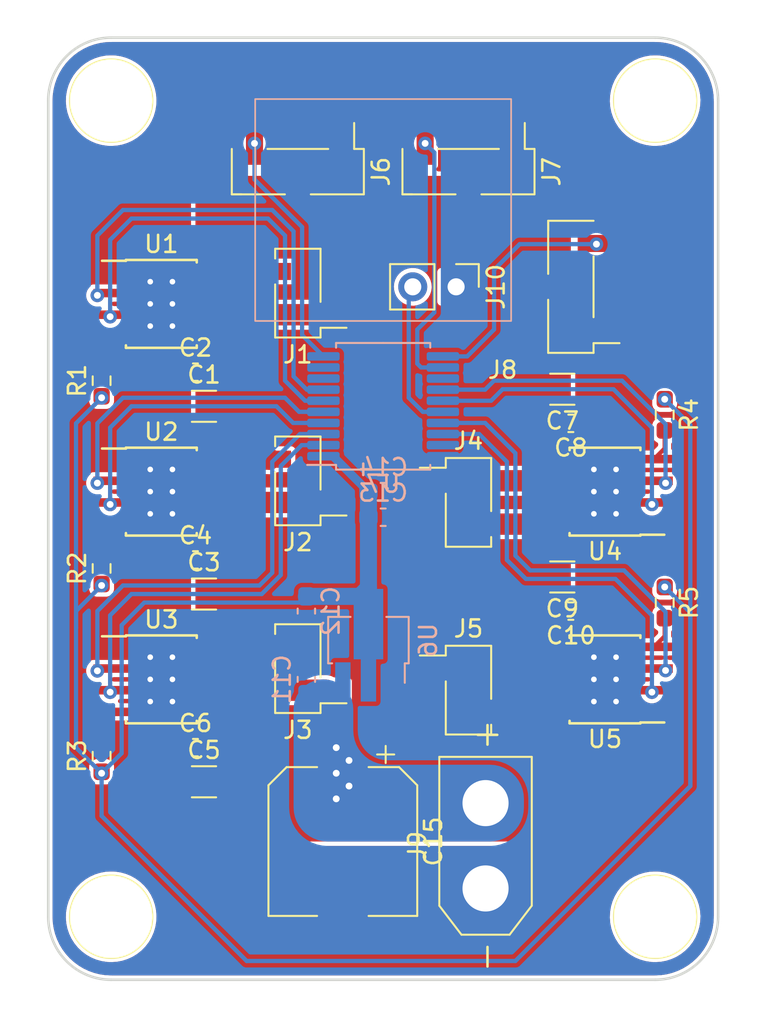
<source format=kicad_pcb>
(kicad_pcb (version 20211014) (generator pcbnew)
  (layers (0 "F.Cu" signal) (31 "B.Cu" signal) (34 "B.Paste" user) (35 "F.Paste" user) (36 "B.SilkS" user "B.Silkscreen") (37 "F.SilkS" user "F.Silkscreen") (38 "B.Mask" user) (39 "F.Mask" user) (44 "Edge.Cuts" user))
  (net 0 "")
  (net 1 "GND")
  (net 2 "+BATT")
  (net 3 "VCC")
  (net 4 "Net-(J1-Pad1)")
  (net 5 "Net-(J1-Pad2)")
  (net 6 "Net-(J2-Pad1)")
  (net 7 "Net-(J2-Pad2)")
  (net 8 "Net-(J3-Pad1)")
  (net 9 "Net-(J3-Pad2)")
  (net 10 "Net-(J4-Pad1)")
  (net 11 "Net-(J4-Pad2)")
  (net 12 "Net-(J5-Pad1)")
  (net 13 "Net-(J5-Pad2)")
  (net 14 "/CH6_3")
  (net 15 "/CH7_3")
  (net 16 "/CH8_3")
  (net 17 "Net-(R1-Pad2)")
  (net 18 "Net-(R2-Pad2)")
  (net 19 "Net-(R3-Pad2)")
  (net 20 "Net-(R4-Pad2)")
  (net 21 "Net-(R5-Pad2)")
  (net 22 "/CH1_2")
  (net 23 "/CH1_3")
  (net 24 "/CH2_2")
  (net 25 "/CH2_3")
  (net 26 "/CH3_2")
  (net 27 "/CH3_3")
  (net 28 "/CH4_2")
  (net 29 "/CH4_3")
  (net 30 "/CH5_2")
  (net 31 "/CH5_3")
  (net 35 "/UPDI")
  (footprint "Capacitor_SMD:C_1206_3216Metric_Pad1.33x1.80mm_HandSolder" (layer "F.Cu") (at 54.95 43.8 180)
    (fp_text reference "C7" (at 0 -1.85) (layer "F.SilkS"))
    (fp_text value "47uF")
    (pad "1" smd roundrect (at -1.5625 0 180) (size 1.325 1.8) (layers "F.Cu" "F.Paste" "F.Mask") (roundrect_rratio 0.188679) (net 1 "GND"))
    (pad "2" smd roundrect (at 1.5625 0 180) (size 1.325 1.8) (layers "F.Cu" "F.Paste" "F.Mask") (roundrect_rratio 0.188679) (net 2 "+BATT"))
  )
  (footprint "Package_SO:Texas_HTSOP-8-1EP_3.9x4.9mm_P1.27mm_EP2.95x4.9mm_Mask2.4x3.1mm_ThermalVias" (layer "F.Cu") (at 57.45 60.8 180)
    (fp_text reference "U5" (at 0 -3.5) (layer "F.SilkS"))
    (fp_text value "DRV8872DDA")
    (pad "1" smd rect (at -2.875 -1.905 180) (size 2.2 0.5) (layers "F.Cu" "F.Paste" "F.Mask") (net 1 "GND"))
    (pad "2" smd rect (at -2.875 -0.635 180) (size 2.2 0.5) (layers "F.Cu" "F.Paste" "F.Mask") (net 30 "/CH5_2"))
    (pad "3" smd rect (at -2.875 0.635 180) (size 2.2 0.5) (layers "F.Cu" "F.Paste" "F.Mask") (net 31 "/CH5_3"))
    (pad "4" smd rect (at -2.875 1.905 180) (size 2.2 0.5) (layers "F.Cu" "F.Paste" "F.Mask") (net 21 "Net-(R5-Pad2)"))
    (pad "5" smd rect (at 2.875 1.905 180) (size 2.2 0.5) (layers "F.Cu" "F.Paste" "F.Mask") (net 2 "+BATT"))
    (pad "6" smd rect (at 2.875 0.635 180) (size 2.2 0.5) (layers "F.Cu" "F.Paste" "F.Mask") (net 12 "Net-(J5-Pad1)"))
    (pad "7" smd rect (at 2.875 -0.635 180) (size 2.2 0.5) (layers "F.Cu" "F.Paste" "F.Mask") (net 1 "GND"))
    (pad "8" smd rect (at 2.875 -1.905 180) (size 2.2 0.5) (layers "F.Cu" "F.Paste" "F.Mask") (net 13 "Net-(J5-Pad2)"))
    (pad "9" thru_hole circle (at 0.65 1.3 180) (size 0.63 0.63) (drill 0.33) (layers *.Cu *.Mask) (net 1 "GND"))
    (pad "9" thru_hole circle (at -0.65 0 180) (size 0.63 0.63) (drill 0.33) (layers *.Cu *.Mask) (net 1 "GND"))
    (pad "9" thru_hole circle (at 0.65 -1.3 180) (size 0.63 0.63) (drill 0.33) (layers *.Cu *.Mask) (net 1 "GND"))
    (pad "9" smd rect (at 0 0 180) (size 2.95 4.9) (layers "F.Cu") (net 1 "GND"))
    (pad "9" thru_hole circle (at -0.65 1.3 180) (size 0.63 0.63) (drill 0.33) (layers *.Cu *.Mask) (net 1 "GND"))
    (pad "9" smd rect (at 0 0 180) (size 2.6 3.3) (layers "B.Cu") (net 1 "GND"))
    (pad "9" thru_hole circle (at -0.65 -1.3 180) (size 0.63 0.63) (drill 0.33) (layers *.Cu *.Mask) (net 1 "GND"))
    (pad "9" thru_hole circle (at 0.65 0 180) (size 0.63 0.63) (drill 0.33) (layers *.Cu *.Mask) (net 1 "GND"))
  )
  (footprint "Connector_PinHeader_2.54mm:PinHeader_1x02_P2.54mm_Vertical" (layer "F.Cu") (at 48.725 37.8 -90)
    (fp_text reference "J10" (at 0 -2.33 90) (layer "F.SilkS"))
    (fp_text value "Conn_01x02")
    (pad "1" thru_hole rect (at 0 0 270) (size 1.7 1.7) (drill 1) (layers *.Cu *.Mask) (net 1 "GND"))
    (pad "2" thru_hole oval (at 0 2.54 270) (size 1.7 1.7) (drill 1) (layers *.Cu *.Mask) (net 35 "/UPDI"))
  )
  (footprint "Capacitor_SMD:CP_Elec_8x10.5" (layer "F.Cu") (at 42.0875 70.3 -90)
    (fp_text reference "C15" (at 0 -5.3 90) (layer "F.SilkS"))
    (fp_text value "470uF")
    (pad "1" smd roundrect (at -3.7 0 270) (size 4.4 2.5) (layers "F.Cu" "F.Paste" "F.Mask") (roundrect_rratio 0.1) (net 2 "+BATT"))
    (pad "2" smd roundrect (at 3.7 0 270) (size 4.4 2.5) (layers "F.Cu" "F.Paste" "F.Mask") (roundrect_rratio 0.1) (net 1 "GND"))
  )
  (footprint "Connector_PinHeader_2.54mm:PinHeader_1x03_P2.54mm_Vertical_SMD_Pin1Left" (layer "F.Cu") (at 49.45 31.051368 -90)
    (fp_text reference "J7" (at 0 -4.87 90) (layer "F.SilkS"))
    (fp_text value "Conn_01x03")
    (pad "1" smd rect (at -1.655 -2.54 270) (size 2.51 1) (layers "F.Cu" "F.Paste" "F.Mask") (net 1 "GND"))
    (pad "2" smd rect (at 1.655 0 270) (size 2.51 1) (layers "F.Cu" "F.Paste" "F.Mask") (net 2 "+BATT"))
    (pad "3" smd rect (at -1.655 2.54 270) (size 2.51 1) (layers "F.Cu" "F.Paste" "F.Mask") (net 15 "/CH7_3"))
  )
  (footprint "Capacitor_SMD:C_0603_1608Metric_Pad1.08x0.95mm_HandSolder" (layer "F.Cu") (at 33.45 53.8)
    (fp_text reference "C4" (at 0 -1.43) (layer "F.SilkS"))
    (fp_text value "100nF")
    (pad "1" smd roundrect (at -0.8625 0) (size 1.075 0.95) (layers "F.Cu" "F.Paste" "F.Mask") (net 1 "GND"))
    (pad "2" smd roundrect (at 0.8625 0) (size 1.075 0.95) (layers "F.Cu" "F.Paste" "F.Mask") (net 2 "+BATT"))
  )
  (footprint "Package_SO:Texas_HTSOP-8-1EP_3.9x4.9mm_P1.27mm_EP2.95x4.9mm_Mask2.4x3.1mm_ThermalVias" (layer "F.Cu") (at 31.45 38.8)
    (fp_text reference "U1" (at 0 -3.5) (layer "F.SilkS"))
    (fp_text value "DRV8872DDA")
    (pad "1" smd rect (at -2.875 -1.905) (size 2.2 0.5) (layers "F.Cu" "F.Paste" "F.Mask") (net 1 "GND"))
    (pad "2" smd rect (at -2.875 -0.635) (size 2.2 0.5) (layers "F.Cu" "F.Paste" "F.Mask") (net 22 "/CH1_2"))
    (pad "3" smd rect (at -2.875 0.635) (size 2.2 0.5) (layers "F.Cu" "F.Paste" "F.Mask") (net 23 "/CH1_3"))
    (pad "4" smd rect (at -2.875 1.905) (size 2.2 0.5) (layers "F.Cu" "F.Paste" "F.Mask") (net 17 "Net-(R1-Pad2)"))
    (pad "5" smd rect (at 2.875 1.905) (size 2.2 0.5) (layers "F.Cu" "F.Paste" "F.Mask") (net 2 "+BATT"))
    (pad "6" smd rect (at 2.875 0.635) (size 2.2 0.5) (layers "F.Cu" "F.Paste" "F.Mask") (net 4 "Net-(J1-Pad1)"))
    (pad "7" smd rect (at 2.875 -0.635) (size 2.2 0.5) (layers "F.Cu" "F.Paste" "F.Mask") (net 1 "GND"))
    (pad "8" smd rect (at 2.875 -1.905) (size 2.2 0.5) (layers "F.Cu" "F.Paste" "F.Mask") (net 5 "Net-(J1-Pad2)"))
    (pad "9" thru_hole circle (at 0.65 -1.3) (size 0.63 0.63) (drill 0.33) (layers *.Cu *.Mask) (net 1 "GND"))
    (pad "9" thru_hole circle (at 0.65 0) (size 0.63 0.63) (drill 0.33) (layers *.Cu *.Mask) (net 1 "GND"))
    (pad "9" smd rect (at 0 0) (size 2.6 3.3) (layers "B.Cu") (net 1 "GND"))
    (pad "9" thru_hole circle (at 0.65 1.3) (size 0.63 0.63) (drill 0.33) (layers *.Cu *.Mask) (net 1 "GND"))
    (pad "9" smd rect (at 0 0) (size 2.95 4.9) (layers "F.Cu") (net 1 "GND"))
    (pad "9" thru_hole circle (at -0.65 1.3) (size 0.63 0.63) (drill 0.33) (layers *.Cu *.Mask) (net 1 "GND"))
    (pad "9" thru_hole circle (at -0.65 0) (size 0.63 0.63) (drill 0.33) (layers *.Cu *.Mask) (net 1 "GND"))
    (pad "9" thru_hole circle (at -0.65 -1.3) (size 0.63 0.63) (drill 0.33) (layers *.Cu *.Mask) (net 1 "GND"))
  )
  (footprint "Connector_PinHeader_2.54mm:PinHeader_1x02_P2.54mm_Vertical_SMD_Pin1Left" (layer "F.Cu") (at 39.45 60.17 180)
    (fp_text reference "J3" (at 0 -3.6) (layer "F.SilkS"))
    (fp_text value "Conn_01x02")
    (pad "1" smd rect (at -1.655 -1.27 180) (size 2.51 1) (layers "F.Cu" "F.Paste" "F.Mask") (net 8 "Net-(J3-Pad1)"))
    (pad "2" smd rect (at 1.655 1.27 180) (size 2.51 1) (layers "F.Cu" "F.Paste" "F.Mask") (net 9 "Net-(J3-Pad2)"))
  )
  (footprint "Package_SO:Texas_HTSOP-8-1EP_3.9x4.9mm_P1.27mm_EP2.95x4.9mm_Mask2.4x3.1mm_ThermalVias" (layer "F.Cu") (at 31.45 49.8)
    (fp_text reference "U2" (at 0 -3.5) (layer "F.SilkS"))
    (fp_text value "DRV8872DDA")
    (pad "1" smd rect (at -2.875 -1.905) (size 2.2 0.5) (layers "F.Cu" "F.Paste" "F.Mask") (net 1 "GND"))
    (pad "2" smd rect (at -2.875 -0.635) (size 2.2 0.5) (layers "F.Cu" "F.Paste" "F.Mask") (net 24 "/CH2_2"))
    (pad "3" smd rect (at -2.875 0.635) (size 2.2 0.5) (layers "F.Cu" "F.Paste" "F.Mask") (net 25 "/CH2_3"))
    (pad "4" smd rect (at -2.875 1.905) (size 2.2 0.5) (layers "F.Cu" "F.Paste" "F.Mask") (net 18 "Net-(R2-Pad2)"))
    (pad "5" smd rect (at 2.875 1.905) (size 2.2 0.5) (layers "F.Cu" "F.Paste" "F.Mask") (net 2 "+BATT"))
    (pad "6" smd rect (at 2.875 0.635) (size 2.2 0.5) (layers "F.Cu" "F.Paste" "F.Mask") (net 6 "Net-(J2-Pad1)"))
    (pad "7" smd rect (at 2.875 -0.635) (size 2.2 0.5) (layers "F.Cu" "F.Paste" "F.Mask") (net 1 "GND"))
    (pad "8" smd rect (at 2.875 -1.905) (size 2.2 0.5) (layers "F.Cu" "F.Paste" "F.Mask") (net 7 "Net-(J2-Pad2)"))
    (pad "9" thru_hole circle (at -0.65 0) (size 0.63 0.63) (drill 0.33) (layers *.Cu *.Mask) (net 1 "GND"))
    (pad "9" thru_hole circle (at 0.65 0) (size 0.63 0.63) (drill 0.33) (layers *.Cu *.Mask) (net 1 "GND"))
    (pad "9" thru_hole circle (at 0.65 -1.3) (size 0.63 0.63) (drill 0.33) (layers *.Cu *.Mask) (net 1 "GND"))
    (pad "9" smd rect (at 0 0) (size 2.95 4.9) (layers "F.Cu") (net 1 "GND"))
    (pad "9" thru_hole circle (at 0.65 1.3) (size 0.63 0.63) (drill 0.33) (layers *.Cu *.Mask) (net 1 "GND"))
    (pad "9" thru_hole circle (at -0.65 1.3) (size 0.63 0.63) (drill 0.33) (layers *.Cu *.Mask) (net 1 "GND"))
    (pad "9" smd rect (at 0 0) (size 2.6 3.3) (layers "B.Cu") (net 1 "GND"))
    (pad "9" thru_hole circle (at -0.65 -1.3) (size 0.63 0.63) (drill 0.33) (layers *.Cu *.Mask) (net 1 "GND"))
  )
  (footprint "Capacitor_SMD:C_0603_1608Metric_Pad1.08x0.95mm_HandSolder" (layer "F.Cu") (at 55.45 45.8 180)
    (fp_text reference "C8" (at 0 -1.43) (layer "F.SilkS"))
    (fp_text value "100nF")
    (pad "1" smd roundrect (at -0.8625 0 180) (size 1.075 0.95) (layers "F.Cu" "F.Paste" "F.Mask") (net 1 "GND"))
    (pad "2" smd roundrect (at 0.8625 0 180) (size 1.075 0.95) (layers "F.Cu" "F.Paste" "F.Mask") (net 2 "+BATT"))
  )
  (footprint "Resistor_SMD:R_0603_1608Metric_Pad0.98x0.95mm_HandSolder" (layer "F.Cu") (at 60.95 45.3 -90)
    (fp_text reference "R4" (at 0 -1.43 90) (layer "F.SilkS"))
    (fp_text value "10k")
    (pad "1" smd roundrect (at -0.9125 0 270) (size 0.975 0.95) (layers "F.Cu" "F.Paste" "F.Mask") (net 3 "VCC"))
    (pad "2" smd roundrect (at 0.9125 0 270) (size 0.975 0.95) (layers "F.Cu" "F.Paste" "F.Mask") (net 20 "Net-(R4-Pad2)"))
  )
  (footprint "Resistor_SMD:R_0603_1608Metric_Pad0.98x0.95mm_HandSolder" (layer "F.Cu") (at 60.95 56.3 -90)
    (fp_text reference "R5" (at 0 -1.43 90) (layer "F.SilkS"))
    (fp_text value "10k")
    (pad "1" smd roundrect (at -0.9125 0 270) (size 0.975 0.95) (layers "F.Cu" "F.Paste" "F.Mask") (net 3 "VCC"))
    (pad "2" smd roundrect (at 0.9125 0 270) (size 0.975 0.95) (layers "F.Cu" "F.Paste" "F.Mask") (net 21 "Net-(R5-Pad2)"))
  )
  (footprint "Capacitor_SMD:C_0603_1608Metric_Pad1.08x0.95mm_HandSolder" (layer "F.Cu") (at 33.45 64.8)
    (fp_text reference "C6" (at 0 -1.43) (layer "F.SilkS"))
    (fp_text value "100nF")
    (pad "1" smd roundrect (at -0.8625 0) (size 1.075 0.95) (layers "F.Cu" "F.Paste" "F.Mask") (net 1 "GND"))
    (pad "2" smd roundrect (at 0.8625 0) (size 1.075 0.95) (layers "F.Cu" "F.Paste" "F.Mask") (net 2 "+BATT"))
  )
  (footprint "Resistor_SMD:R_0603_1608Metric_Pad0.98x0.95mm_HandSolder" (layer "F.Cu") (at 27.95 65.3 90)
    (fp_text reference "R3" (at 0 -1.43 90) (layer "F.SilkS"))
    (fp_text value "10k")
    (pad "1" smd roundrect (at -0.9125 0 90) (size 0.975 0.95) (layers "F.Cu" "F.Paste" "F.Mask") (net 3 "VCC"))
    (pad "2" smd roundrect (at 0.9125 0 90) (size 0.975 0.95) (layers "F.Cu" "F.Paste" "F.Mask") (net 19 "Net-(R3-Pad2)"))
  )
  (footprint "Connector_PinHeader_2.54mm:PinHeader_1x02_P2.54mm_Vertical_SMD_Pin1Left" (layer "F.Cu") (at 49.45 61.43)
    (fp_text reference "J5" (at 0 -3.6) (layer "F.SilkS"))
    (fp_text value "Conn_01x02")
    (pad "1" smd rect (at -1.655 -1.27) (size 2.51 1) (layers "F.Cu" "F.Paste" "F.Mask") (net 12 "Net-(J5-Pad1)"))
    (pad "2" smd rect (at 1.655 1.27) (size 2.51 1) (layers "F.Cu" "F.Paste" "F.Mask") (net 13 "Net-(J5-Pad2)"))
  )
  (footprint "Connector_PinHeader_2.54mm:PinHeader_1x03_P2.54mm_Vertical_SMD_Pin1Left" (layer "F.Cu") (at 55.45 37.8 180)
    (fp_text reference "J8" (at 4 -4.87) (layer "F.SilkS"))
    (fp_text value "Conn_01x03")
    (pad "1" smd rect (at -1.655 -2.54 180) (size 2.51 1) (layers "F.Cu" "F.Paste" "F.Mask") (net 1 "GND"))
    (pad "2" smd rect (at 1.655 0 180) (size 2.51 1) (layers "F.Cu" "F.Paste" "F.Mask") (net 2 "+BATT"))
    (pad "3" smd rect (at -1.655 2.54 180) (size 2.51 1) (layers "F.Cu" "F.Paste" "F.Mask") (net 16 "/CH8_3"))
  )
  (footprint "CustomFootprints:MountingHole_4.8mm_Lego" (layer "F.Cu") (at 28.51 26.89)
    (fp_text reference "H1" (at 0 0 unlocked) (layer "F.SilkS"))
    (fp_text value "MountingHole")
    (pad "" np_thru_hole circle locked (at 0 0) (size 4.8 4.8) (drill 4.8) (layers F&B.Cu *.Mask))
  )
  (footprint "Capacitor_SMD:C_0603_1608Metric_Pad1.08x0.95mm_HandSolder" (layer "F.Cu") (at 55.45 56.8 180)
    (fp_text reference "C10" (at 0 -1.43) (layer "F.SilkS"))
    (fp_text value "100nF")
    (pad "1" smd roundrect (at -0.8625 0 180) (size 1.075 0.95) (layers "F.Cu" "F.Paste" "F.Mask") (net 1 "GND"))
    (pad "2" smd roundrect (at 0.8625 0 180) (size 1.075 0.95) (layers "F.Cu" "F.Paste" "F.Mask") (net 2 "+BATT"))
  )
  (footprint "Connector_PinHeader_2.54mm:PinHeader_1x02_P2.54mm_Vertical_SMD_Pin1Left" (layer "F.Cu") (at 39.45 49.17 180)
    (fp_text reference "J2" (at 0 -3.6) (layer "F.SilkS"))
    (fp_text value "Conn_01x02")
    (pad "1" smd rect (at -1.655 -1.27 180) (size 2.51 1) (layers "F.Cu" "F.Paste" "F.Mask") (net 6 "Net-(J2-Pad1)"))
    (pad "2" smd rect (at 1.655 1.27 180) (size 2.51 1) (layers "F.Cu" "F.Paste" "F.Mask") (net 7 "Net-(J2-Pad2)"))
  )
  (footprint "Connector_PinHeader_2.54mm:PinHeader_1x02_P2.54mm_Vertical_SMD_Pin1Left" (layer "F.Cu") (at 49.45 50.43)
    (fp_text reference "J4" (at 0 -3.6) (layer "F.SilkS"))
    (fp_text value "Conn_01x02")
    (pad "1" smd rect (at -1.655 -1.27) (size 2.51 1) (layers "F.Cu" "F.Paste" "F.Mask") (net 10 "Net-(J4-Pad1)"))
    (pad "2" smd rect (at 1.655 1.27) (size 2.51 1) (layers "F.Cu" "F.Paste" "F.Mask") (net 11 "Net-(J4-Pad2)"))
  )
  (footprint "Capacitor_SMD:C_0603_1608Metric_Pad1.08x0.95mm_HandSolder" (layer "F.Cu") (at 33.45 42.8)
    (fp_text reference "C2" (at 0 -1.43) (layer "F.SilkS"))
    (fp_text value "100nF")
    (pad "1" smd roundrect (at -0.8625 0) (size 1.075 0.95) (layers "F.Cu" "F.Paste" "F.Mask") (net 1 "GND"))
    (pad "2" smd roundrect (at 0.8625 0) (size 1.075 0.95) (layers "F.Cu" "F.Paste" "F.Mask") (net 2 "+BATT"))
  )
  (footprint "Connector_AMASS:AMASS_XT30U-M_1x02_P5.0mm_Vertical" (layer "F.Cu") (at 50.45 73.05 90)
    (fp_text reference "J9" (at 2.5 -4 90) (layer "F.SilkS"))
    (fp_text value "Conn_01x02")
    (fp_text user "+" (at 9 0 90) (layer "F.SilkS") (effects (font (size 1.5 1.5))))
    (fp_text user "-" (at -4 0 90) (layer "F.SilkS") (effects (font (size 1.5 1.5))))
    (pad "1" thru_hole rect (at 0 0 90) (size 3.8 3.8) (drill 2.7) (layers *.Cu *.Mask) (net 1 "GND"))
    (pad "2" thru_hole circle (at 5 0 90) (size 3.8 3.8) (drill 2.7) (layers *.Cu *.Mask) (net 2 "+BATT"))
  )
  (footprint "CustomFootprints:MountingHole_4.8mm_Lego" (layer "F.Cu") (at 28.51 74.71)
    (fp_text reference "H4" (at 0 0 unlocked) (layer "F.SilkS"))
    (fp_text value "MountingHole")
    (pad "" np_thru_hole circle locked (at 0 0) (size 4.8 4.8) (drill 4.8) (layers F&B.Cu *.Mask))
  )
  (footprint "Connector_PinHeader_2.54mm:PinHeader_1x03_P2.54mm_Vertical_SMD_Pin1Left" (layer "F.Cu") (at 39.45 31.051368 -90)
    (fp_text reference "J6" (at 0 -4.87 90) (layer "F.SilkS"))
    (fp_text value "Conn_01x03")
    (pad "1" smd rect (at -1.655 -2.54 270) (size 2.51 1) (layers "F.Cu" "F.Paste" "F.Mask") (net 1 "GND"))
    (pad "2" smd rect (at 1.655 0 270) (size 2.51 1) (layers "F.Cu" "F.Paste" "F.Mask") (net 2 "+BATT"))
    (pad "3" smd rect (at -1.655 2.54 270) (size 2.51 1) (layers "F.Cu" "F.Paste" "F.Mask") (net 14 "/CH6_3"))
  )
  (footprint "Resistor_SMD:R_0603_1608Metric_Pad0.98x0.95mm_HandSolder" (layer "F.Cu") (at 27.95 54.3 90)
    (fp_text reference "R2" (at 0 -1.43 90) (layer "F.SilkS"))
    (fp_text value "10k")
    (pad "1" smd roundrect (at -0.9125 0 90) (size 0.975 0.95) (layers "F.Cu" "F.Paste" "F.Mask") (net 3 "VCC"))
    (pad "2" smd roundrect (at 0.9125 0 90) (size 0.975 0.95) (layers "F.Cu" "F.Paste" "F.Mask") (net 18 "Net-(R2-Pad2)"))
  )
  (footprint "Package_SO:Texas_HTSOP-8-1EP_3.9x4.9mm_P1.27mm_EP2.95x4.9mm_Mask2.4x3.1mm_ThermalVias" (layer "F.Cu") (at 57.45 49.8 180)
    (fp_text reference "U4" (at 0 -3.5) (layer "F.SilkS"))
    (fp_text value "DRV8872DDA")
    (pad "1" smd rect (at -2.875 -1.905 180) (size 2.2 0.5) (layers "F.Cu" "F.Paste" "F.Mask") (net 1 "GND"))
    (pad "2" smd rect (at -2.875 -0.635 180) (size 2.2 0.5) (layers "F.Cu" "F.Paste" "F.Mask") (net 28 "/CH4_2"))
    (pad "3" smd rect (at -2.875 0.635 180) (size 2.2 0.5) (layers "F.Cu" "F.Paste" "F.Mask") (net 29 "/CH4_3"))
    (pad "4" smd rect (at -2.875 1.905 180) (size 2.2 0.5) (layers "F.Cu" "F.Paste" "F.Mask") (net 20 "Net-(R4-Pad2)"))
    (pad "5" smd rect (at 2.875 1.905 180) (size 2.2 0.5) (layers "F.Cu" "F.Paste" "F.Mask") (net 2 "+BATT"))
    (pad "6" smd rect (at 2.875 0.635 180) (size 2.2 0.5) (layers "F.Cu" "F.Paste" "F.Mask") (net 10 "Net-(J4-Pad1)"))
    (pad "7" smd rect (at 2.875 -0.635 180) (size 2.2 0.5) (layers "F.Cu" "F.Paste" "F.Mask") (net 1 "GND"))
    (pad "8" smd rect (at 2.875 -1.905 180) (size 2.2 0.5) (layers "F.Cu" "F.Paste" "F.Mask") (net 11 "Net-(J4-Pad2)"))
    (pad "9" thru_hole circle (at -0.65 1.3 180) (size 0.63 0.63) (drill 0.33) (layers *.Cu *.Mask) (net 1 "GND"))
    (pad "9" thru_hole circle (at 0.65 1.3 180) (size 0.63 0.63) (drill 0.33) (layers *.Cu *.Mask) (net 1 "GND"))
    (pad "9" smd rect (at 0 0 180) (size 2.95 4.9) (layers "F.Cu") (net 1 "GND"))
    (pad "9" thru_hole circle (at 0.65 0 180) (size 0.63 0.63) (drill 0.33) (layers *.Cu *.Mask) (net 1 "GND"))
    (pad "9" thru_hole circle (at -0.65 -1.3 180) (size 0.63 0.63) (drill 0.33) (layers *.Cu *.Mask) (net 1 "GND"))
    (pad "9" smd rect (at 0 0 180) (size 2.6 3.3) (layers "B.Cu") (net 1 "GND"))
    (pad "9" thru_hole circle (at -0.65 0 180) (size 0.63 0.63) (drill 0.33) (layers *.Cu *.Mask) (net 1 "GND"))
    (pad "9" thru_hole circle (at 0.65 -1.3 180) (size 0.63 0.63) (drill 0.33) (layers *.Cu *.Mask) (net 1 "GND"))
  )
  (footprint "Capacitor_SMD:C_1206_3216Metric_Pad1.33x1.80mm_HandSolder" (layer "F.Cu") (at 33.95 55.8)
    (fp_text reference "C3" (at 0 -1.85) (layer "F.SilkS"))
    (fp_text value "47uF")
    (pad "1" smd roundrect (at -1.5625 0) (size 1.325 1.8) (layers "F.Cu" "F.Paste" "F.Mask") (roundrect_rratio 0.188679) (net 1 "GND"))
    (pad "2" smd roundrect (at 1.5625 0) (size 1.325 1.8) (layers "F.Cu" "F.Paste" "F.Mask") (roundrect_rratio 0.188679) (net 2 "+BATT"))
  )
  (footprint "Capacitor_SMD:C_1206_3216Metric_Pad1.33x1.80mm_HandSolder" (layer "F.Cu") (at 33.95 44.8)
    (fp_text reference "C1" (at 0 -1.85) (layer "F.SilkS"))
    (fp_text value "47uF")
    (pad "1" smd roundrect (at -1.5625 0) (size 1.325 1.8) (layers "F.Cu" "F.Paste" "F.Mask") (roundrect_rratio 0.188679) (net 1 "GND"))
    (pad "2" smd roundrect (at 1.5625 0) (size 1.325 1.8) (layers "F.Cu" "F.Paste" "F.Mask") (roundrect_rratio 0.188679) (net 2 "+BATT"))
  )
  (footprint "CustomFootprints:MountingHole_4.8mm_Lego" (layer "F.Cu") (at 60.39 26.89)
    (fp_text reference "H2" (at 0 0 unlocked) (layer "F.SilkS"))
    (fp_text value "MountingHole")
    (pad "" np_thru_hole circle locked (at 0 0) (size 4.8 4.8) (drill 4.8) (layers F&B.Cu *.Mask))
  )
  (footprint "Capacitor_SMD:C_1206_3216Metric_Pad1.33x1.80mm_HandSolder" (layer "F.Cu") (at 33.95 66.8)
    (fp_text reference "C5" (at 0 -1.85) (layer "F.SilkS"))
    (fp_text value "47uF")
    (pad "1" smd roundrect (at -1.5625 0) (size 1.325 1.8) (layers "F.Cu" "F.Paste" "F.Mask") (roundrect_rratio 0.188679) (net 1 "GND"))
    (pad "2" smd roundrect (at 1.5625 0) (size 1.325 1.8) (layers "F.Cu" "F.Paste" "F.Mask") (roundrect_rratio 0.188679) (net 2 "+BATT"))
  )
  (footprint "Resistor_SMD:R_0603_1608Metric_Pad0.98x0.95mm_HandSolder" (layer "F.Cu") (at 27.95 43.3 90)
    (fp_text reference "R1" (at 0 -1.43 90) (layer "F.SilkS"))
    (fp_text value "10k")
    (pad "1" smd roundrect (at -0.9125 0 90) (size 0.975 0.95) (layers "F.Cu" "F.Paste" "F.Mask") (net 3 "VCC"))
    (pad "2" smd roundrect (at 0.9125 0 90) (size 0.975 0.95) (layers "F.Cu" "F.Paste" "F.Mask") (net 17 "Net-(R1-Pad2)"))
  )
  (footprint "Package_SO:Texas_HTSOP-8-1EP_3.9x4.9mm_P1.27mm_EP2.95x4.9mm_Mask2.4x3.1mm_ThermalVias" (layer "F.Cu") (at 31.45 60.8)
    (fp_text reference "U3" (at 0 -3.5) (layer "F.SilkS"))
    (fp_text value "DRV8872DDA")
    (pad "1" smd rect (at -2.875 -1.905) (size 2.2 0.5) (layers "F.Cu" "F.Paste" "F.Mask") (net 1 "GND"))
    (pad "2" smd rect (at -2.875 -0.635) (size 2.2 0.5) (layers "F.Cu" "F.Paste" "F.Mask") (net 26 "/CH3_2"))
    (pad "3" smd rect (at -2.875 0.635) (size 2.2 0.5) (layers "F.Cu" "F.Paste" "F.Mask") (net 27 "/CH3_3"))
    (pad "4" smd rect (at -2.875 1.905) (size 2.2 0.5) (layers "F.Cu" "F.Paste" "F.Mask") (net 19 "Net-(R3-Pad2)"))
    (pad "5" smd rect (at 2.875 1.905) (size 2.2 0.5) (layers "F.Cu" "F.Paste" "F.Mask") (net 2 "+BATT"))
    (pad "6" smd rect (at 2.875 0.635) (size 2.2 0.5) (layers "F.Cu" "F.Paste" "F.Mask") (net 8 "Net-(J3-Pad1)"))
    (pad "7" smd rect (at 2.875 -0.635) (size 2.2 0.5) (layers "F.Cu" "F.Paste" "F.Mask") (net 1 "GND"))
    (pad "8" smd rect (at 2.875 -1.905) (size 2.2 0.5) (layers "F.Cu" "F.Paste" "F.Mask") (net 9 "Net-(J3-Pad2)"))
    (pad "9" thru_hole circle (at 0.65 -1.3) (size 0.63 0.63) (drill 0.33) (layers *.Cu *.Mask) (net 1 "GND"))
    (pad "9" thru_hole circle (at 0.65 0) (size 0.63 0.63) (drill 0.33) (layers *.Cu *.Mask) (net 1 "GND"))
    (pad "9" smd rect (at 0 0) (size 2.6 3.3) (layers "B.Cu") (net 1 "GND"))
    (pad "9" thru_hole circle (at 0.65 1.3) (size 0.63 0.63) (drill 0.33) (layers *.Cu *.Mask) (net 1 "GND"))
    (pad "9" smd rect (at 0 0) (size 2.95 4.9) (layers "F.Cu") (net 1 "GND"))
    (pad "9" thru_hole circle (at -0.65 0) (size 0.63 0.63) (drill 0.33) (layers *.Cu *.Mask) (net 1 "GND"))
    (pad "9" thru_hole circle (at -0.65 1.3) (size 0.63 0.63) (drill 0.33) (layers *.Cu *.Mask) (net 1 "GND"))
    (pad "9" thru_hole circle (at -0.65 -1.3) (size 0.63 0.63) (drill 0.33) (layers *.Cu *.Mask) (net 1 "GND"))
  )
  (footprint "Connector_PinHeader_2.54mm:PinHeader_1x02_P2.54mm_Vertical_SMD_Pin1Left" (layer "F.Cu") (at 39.45 38.17 180)
    (fp_text reference "J1" (at 0 -3.6) (layer "F.SilkS"))
    (fp_text value "Conn_01x02")
    (pad "1" smd rect (at -1.655 -1.27 180) (size 2.51 1) (layers "F.Cu" "F.Paste" "F.Mask") (net 4 "Net-(J1-Pad1)"))
    (pad "2" smd rect (at 1.655 1.27 180) (size 2.51 1) (layers "F.Cu" "F.Paste" "F.Mask") (net 5 "Net-(J1-Pad2)"))
  )
  (footprint "CustomFootprints:MountingHole_4.8mm_Lego" (layer "F.Cu") (at 60.39 74.71)
    (fp_text reference "H3" (at 0 0 unlocked) (layer "F.SilkS"))
    (fp_text value "MountingHole")
    (pad "" np_thru_hole circle locked (at 0 0) (size 4.8 4.8) (drill 4.8) (layers F&B.Cu *.Mask))
  )
  (footprint "Capacitor_SMD:C_1206_3216Metric_Pad1.33x1.80mm_HandSolder" (layer "F.Cu") (at 54.95 54.8 180)
    (fp_text reference "C9" (at 0 -1.85) (layer "F.SilkS"))
    (fp_text value "47uF")
    (pad "1" smd roundrect (at -1.5625 0 180) (size 1.325 1.8) (layers "F.Cu" "F.Paste" "F.Mask") (roundrect_rratio 0.188679) (net 1 "GND"))
    (pad "2" smd roundrect (at 1.5625 0 180) (size 1.325 1.8) (layers "F.Cu" "F.Paste" "F.Mask") (roundrect_rratio 0.188679) (net 2 "+BATT"))
  )
  (footprint "Capacitor_SMD:C_0603_1608Metric_Pad1.08x0.95mm_HandSolder" (layer "B.Cu") (at 44.45 51.3 180)
    (fp_text reference "C13" (at 0 1.43) (layer "B.SilkS") (effects (justify mirror)))
    (fp_text value "10uF")
    (pad "1" smd roundrect (at -0.8625 0 180) (size 1.075 0.95) (layers "B.Cu" "B.Paste" "B.Mask") (net 1 "GND"))
    (pad "2" smd roundrect (at 0.8625 0 180) (size 1.075 0.95) (layers "B.Cu" "B.Paste" "B.Mask") (net 3 "VCC"))
  )
  (footprint "Package_SO:SSOP-20_5.3x7.2mm_P0.65mm" (layer "B.Cu") (at 44.45 44.8)
    (fp_text reference "U7" (at 0 4.55) (layer "B.SilkS") (effects (justify mirror)))
    (fp_text value "ATtiny3226-X")
    (pad "1" smd roundrect (at -3.5 2.925) (size 1.9 0.5) (layers "B.Cu" "B.Paste" "B.Mask") (net 3 "VCC"))
    (pad "2" smd roundrect (at -3.5 2.275) (size 1.9 0.5) (layers "B.Cu" "B.Paste" "B.Mask") (net 27 "/CH3_3"))
    (pad "3" smd roundrect (at -3.5 1.625) (size 1.9 0.5) (layers "B.Cu" "B.Paste" "B.Mask") (net 26 "/CH3_2"))
    (pad "4" smd roundrect (at -3.5 0.975) (size 1.9 0.5) (layers "B.Cu" "B.Paste" "B.Mask") (net 25 "/CH2_3"))
    (pad "5" smd roundrect (at -3.5 0.325) (size 1.9 0.5) (layers "B.Cu" "B.Paste" "B.Mask") (net 24 "/CH2_2"))
    (pad "6" smd roundrect (at -3.5 -0.325) (size 1.9 0.5) (layers "B.Cu" "B.Paste" "B.Mask") (net 23 "/CH1_3"))
    (pad "7" smd roundrect (at -3.5 -0.975) (size 1.9 0.5) (layers "B.Cu" "B.Paste" "B.Mask") (net 22 "/CH1_2"))
    (pad "8" smd roundrect (at -3.5 -1.625) (size 1.9 0.5) (layers "B.Cu" "B.Paste" "B.Mask"))
    (pad "9" smd roundrect (at -3.5 -2.275) (size 1.9 0.5) (layers "B.Cu" "B.Paste" "B.Mask"))
    (pad "10" smd roundrect (at -3.5 -2.925) (size 1.9 0.5) (layers "B.Cu" "B.Paste" "B.Mask") (net 14 "/CH6_3"))
    (pad "11" smd roundrect (at 3.5 -2.925) (size 1.9 0.5) (layers "B.Cu" "B.Paste" "B.Mask") (net 16 "/CH8_3"))
    (pad "12" smd roundrect (at 3.5 -2.275) (size 1.9 0.5) (layers "B.Cu" "B.Paste" "B.Mask") (net 15 "/CH7_3"))
    (pad "13" smd roundrect (at 3.5 -1.625) (size 1.9 0.5) (layers "B.Cu" "B.Paste" "B.Mask"))
    (pad "14" smd roundrect (at 3.5 -0.975) (size 1.9 0.5) (layers "B.Cu" "B.Paste" "B.Mask") (net 29 "/CH4_3"))
    (pad "15" smd roundrect (at 3.5 -0.325) (size 1.9 0.5) (layers "B.Cu" "B.Paste" "B.Mask") (net 28 "/CH4_2"))
    (pad "16" smd roundrect (at 3.5 0.325) (size 1.9 0.5) (layers "B.Cu" "B.Paste" "B.Mask") (net 35 "/UPDI"))
    (pad "17" smd roundrect (at 3.5 0.975) (size 1.9 0.5) (layers "B.Cu" "B.Paste" "B.Mask") (net 31 "/CH5_3"))
    (pad "18" smd roundrect (at 3.5 1.625) (size 1.9 0.5) (layers "B.Cu" "B.Paste" "B.Mask") (net 30 "/CH5_2"))
    (pad "19" smd roundrect (at 3.5 2.275) (size 1.9 0.5) (layers "B.Cu" "B.Paste" "B.Mask"))
    (pad "20" smd roundrect (at 3.5 2.925) (size 1.9 0.5) (layers "B.Cu" "B.Paste" "B.Mask") (net 1 "GND"))
  )
  (footprint "Capacitor_SMD:C_0603_1608Metric_Pad1.08x0.95mm_HandSolder" (layer "B.Cu") (at 44.45 49.8 180)
    (fp_text reference "C14" (at 0 1.43) (layer "B.SilkS") (effects (justify mirror)))
    (fp_text value "100nF")
    (pad "1" smd roundrect (at -0.8625 0 180) (size 1.075 0.95) (layers "B.Cu" "B.Paste" "B.Mask") (net 1 "GND"))
    (pad "2" smd roundrect (at 0.8625 0 180) (size 1.075 0.95) (layers "B.Cu" "B.Paste" "B.Mask") (net 3 "VCC"))
  )
  (footprint "Capacitor_SMD:C_0603_1608Metric_Pad1.08x0.95mm_HandSolder" (layer "B.Cu") (at 39.95 56.8 90)
    (fp_text reference "C12" (at 0 1.43 90) (layer "B.SilkS") (effects (justify mirror)))
    (fp_text value "22uF")
    (pad "1" smd roundrect (at -0.8625 0 90) (size 1.075 0.95) (layers "B.Cu" "B.Paste" "B.Mask") (net 1 "GND"))
    (pad "2" smd roundrect (at 0.8625 0 90) (size 1.075 0.95) (layers "B.Cu" "B.Paste" "B.Mask") (net 3 "VCC"))
  )
  (footprint "Package_TO_SOT_SMD:SOT-89-3_Handsoldering" (layer "B.Cu") (at 43.5875 58.8 90)
    (fp_text reference "U6" (at 0.3 3.5 270) (layer "B.SilkS") (effects (justify mirror)))
    (fp_text value "AMS1117-5.0")
    (pad "1" smd rect (at -2.15 1.5 90) (size 2.3 0.9) (layers "B.Cu" "B.Paste" "B.Mask") (net 1 "GND"))
    (pad "2" smd custom (at -2.0625 0 90) (size 2.475 0.9) (layers "B.Cu" "B.Paste" "B.Mask") (net 3 "VCC") (options (clearance outline) (anchor rect)) (primitives (gr_poly (pts (xy 5.3625 -0.8665) (xy 1.2375 -0.8665) (xy 1.2375 0.8665) (xy 5.3625 0.8665)) (width 0) (fill yes))))
    (pad "3" smd rect (at -2.15 -1.5 90) (size 2.3 0.9) (layers "B.Cu" "B.Paste" "B.Mask") (net 2 "+BATT"))
  )
  (footprint "Capacitor_SMD:C_0603_1608Metric_Pad1.08x0.95mm_HandSolder" (layer "B.Cu") (at 39.95 60.8 -90)
    (fp_text reference "C11" (at 0 1.43 90) (layer "B.SilkS") (effects (justify mirror)))
    (fp_text value "10uF")
    (pad "1" smd roundrect (at -0.8625 0 270) (size 1.075 0.95) (layers "B.Cu" "B.Paste" "B.Mask") (net 1 "GND"))
    (pad "2" smd roundrect (at 0.8625 0 270) (size 1.075 0.95) (layers "B.Cu" "B.Paste" "B.Mask") (net 2 "+BATT"))
  )
  (gr_poly (pts (xy 36.95 26.8) (xy 51.95 26.8) (xy 51.95 39.8) (xy 36.95 39.8)) (layer "B.SilkS") (width 0.1) (fill none))
  (gr_circle locked (center 28.51 74.71) (end 30.91 74.71) (layer "F.SilkS") (width 0.15) (fill none))
  (gr_circle locked (center 60.39 26.89) (end 62.79 26.89) (layer "F.SilkS") (width 0.15) (fill none))
  (gr_circle locked (center 28.51 26.89) (end 30.91 26.89) (layer "F.SilkS") (width 0.15) (fill none))
  (gr_circle locked (center 60.39 74.71) (end 62.79 74.71) (layer "F.SilkS") (width 0.15) (fill none))
  (gr_line locked (start 60.39 23.2) (end 28.51 23.2) (layer "Edge.Cuts") (width 0.15))
  (gr_arc locked (start 64.08 74.71) (mid 62.999224 77.319224) (end 60.39 78.4) (layer "Edge.Cuts") (width 0.15))
  (gr_arc locked (start 60.39 23.2) (mid 62.999224 24.280776) (end 64.08 26.89) (layer "Edge.Cuts") (width 0.15))
  (gr_line locked (start 24.82 26.89) (end 24.82 74.71) (layer "Edge.Cuts") (width 0.15))
  (gr_line locked (start 28.51 78.4) (end 60.39 78.4) (layer "Edge.Cuts") (width 0.15))
  (gr_arc locked (start 28.51 78.4) (mid 25.900776 77.319224) (end 24.82 74.71) (layer "Edge.Cuts") (width 0.15))
  (gr_line locked (start 64.08 74.71) (end 64.08 26.89) (layer "Edge.Cuts") (width 0.15))
  (gr_arc locked (start 24.82 26.89) (mid 25.900776 24.280776) (end 28.51 23.2) (layer "Edge.Cuts") (width 0.15))
  (via (at 41.7 64.8) (size 0.8) (drill 0.4) (layers "F.Cu" "B.Cu") (net 2))
  (via (at 42.45 67.05) (size 0.8) (drill 0.4) (layers "F.Cu" "B.Cu") (net 2))
  (via (at 41.7 67.8) (size 0.8) (drill 0.4) (layers "F.Cu" "B.Cu") (net 2))
  (via (at 41.7 66.3) (size 0.8) (drill 0.4) (layers "F.Cu" "B.Cu") (net 2))
  (via (at 42.45 65.55) (size 0.8) (drill 0.4) (layers "F.Cu" "B.Cu") (net 2))
  (via (at 60.95 55.3875) (size 0.8) (drill 0.4) (layers "F.Cu" "B.Cu") (net 3))
  (via (at 27.95 44.3) (size 0.8) (drill 0.4) (layers "F.Cu" "B.Cu") (net 3))
  (via (at 27.95 66.3) (size 0.8) (drill 0.4) (layers "F.Cu" "B.Cu") (net 3))
  (via (at 60.95 44.3875) (size 0.8) (drill 0.4) (layers "F.Cu" "B.Cu") (net 3))
  (via (at 27.95 55.3) (size 0.8) (drill 0.4) (layers "F.Cu" "B.Cu") (net 3))
  (segment (start 36.45 77.3) (end 52.2 77.3) (width 0.25) (layer "B.Cu") (net 3))
  (segment (start 30.45 56.3) (end 39.5875 56.3) (width 0.25) (layer "B.Cu") (net 3))
  (segment (start 27.95 66.3) (end 29.125 65.125) (width 0.25) (layer "B.Cu") (net 3))
  (segment (start 43.0875 55.9375) (end 43.5875 55.4375) (width 1) (layer "B.Cu") (net 3))
  (segment (start 62.45 56.8875) (end 60.95 55.3875) (width 0.25) (layer "B.Cu") (net 3))
  (segment (start 62.45 67.05) (end 62.45 45.8875) (width 0.25) (layer "B.Cu") (net 3))
  (segment (start 27.95 66.3) (end 27.95 68.8) (width 0.25) (layer "B.Cu") (net 3))
  (segment (start 62.45 45.8875) (end 60.95 44.3875) (width 0.25) (layer "B.Cu") (net 3))
  (segment (start 27.95 44.3) (end 26.45 45.8) (width 0.25) (layer "B.Cu") (net 3))
  (segment (start 41.5125 47.725) (end 43.5875 49.8) (width 0.5) (layer "B.Cu") (net 3))
  (segment (start 27.95 55.3) (end 26.45 56.8) (width 0.25) (layer "B.Cu") (net 3))
  (segment (start 39.5875 56.3) (end 39.95 55.9375) (width 0.25) (layer "B.Cu") (net 3))
  (segment (start 26.45 45.8) (end 26.45 57.8) (width 0.25) (layer "B.Cu") (net 3))
  (segment (start 26.45 56.8) (end 26.45 57.8) (width 0.25) (layer "B.Cu") (net 3))
  (segment (start 29.125 57.625) (end 30.45 56.3) (width 0.25) (layer "B.Cu") (net 3))
  (segment (start 26.45 64.8) (end 27.95 66.3) (width 0.25) (layer "B.Cu") (net 3))
  (segment (start 43.5875 49.8) (end 43.5875 55.4375) (width 1) (layer "B.Cu") (net 3))
  (segment (start 52.2 77.3) (end 62.45 67.05) (width 0.25) (layer "B.Cu") (net 3))
  (segment (start 26.45 57.8) (end 26.45 64.8) (width 0.25) (layer "B.Cu") (net 3))
  (segment (start 62.45 67.05) (end 62.45 56.8875) (width 0.25) (layer "B.Cu") (net 3))
  (segment (start 29.125 65.125) (end 29.125 57.625) (width 0.25) (layer "B.Cu") (net 3))
  (segment (start 39.95 55.9375) (end 43.0875 55.9375) (width 1) (layer "B.Cu") (net 3))
  (segment (start 27.95 68.8) (end 36.45 77.3) (width 0.25) (layer "B.Cu") (net 3))
  (segment (start 41.1 39.435) (end 41.105 39.44) (width 1.25) (layer "F.Cu") (net 4))
  (segment (start 34.325 39.435) (end 41.1 39.435) (width 1.25) (layer "F.Cu") (net 4))
  (segment (start 37.79 36.895) (end 37.795 36.9) (width 1.25) (layer "F.Cu") (net 5))
  (segment (start 34.325 36.895) (end 37.79 36.895) (width 1.25) (layer "F.Cu") (net 5))
  (segment (start 34.325 50.435) (end 41.1 50.435) (width 1.25) (layer "F.Cu") (net 6))
  (segment (start 41.1 50.435) (end 41.105 50.44) (width 1.25) (layer "F.Cu") (net 6))
  (segment (start 34.325 47.895) (end 37.79 47.895) (width 1.25) (layer "F.Cu") (net 7))
  (segment (start 37.79 47.895) (end 37.795 47.9) (width 1.25) (layer "F.Cu") (net 7))
  (segment (start 41.1 61.435) (end 41.105 61.44) (width 1.25) (layer "F.Cu") (net 8))
  (segment (start 34.325 61.435) (end 41.1 61.435) (width 1.25) (layer "F.Cu") (net 8))
  (segment (start 34.325 58.895) (end 37.79 58.895) (width 1.25) (layer "F.Cu") (net 9))
  (segment (start 37.79 58.895) (end 37.795 58.9) (width 1.25) (layer "F.Cu") (net 9))
  (segment (start 54.575 49.165) (end 47.8 49.165) (width 1.25) (layer "F.Cu") (net 10))
  (segment (start 47.8 49.165) (end 47.795 49.16) (width 1.25) (layer "F.Cu") (net 10))
  (segment (start 54.575 51.705) (end 51.11 51.705) (width 1.25) (layer "F.Cu") (net 11))
  (segment (start 51.11 51.705) (end 51.105 51.7) (width 1.25) (layer "F.Cu") (net 11))
  (segment (start 47.8 60.165) (end 47.795 60.16) (width 1.25) (layer "F.Cu") (net 12))
  (segment (start 54.575 60.165) (end 47.8 60.165) (width 1.25) (layer "F.Cu") (net 12))
  (segment (start 54.575 62.705) (end 51.11 62.705) (width 1.25) (layer "F.Cu") (net 13))
  (segment (start 51.11 62.705) (end 51.105 62.7) (width 1.25) (layer "F.Cu") (net 13))
  (via (at 36.91 29.396368) (size 0.8) (drill 0.4) (layers "F.Cu" "B.Cu") (net 14))
  (segment (start 39.7 40.625) (end 39.7 34.3) (width 0.25) (layer "B.Cu") (net 14))
  (segment (start 36.91 31.51) (end 36.91 29.396368) (width 0.25) (layer "B.Cu") (net 14))
  (segment (start 39.7 34.3) (end 36.91 31.51) (width 0.25) (layer "B.Cu") (net 14))
  (segment (start 40.95 41.875) (end 39.7 40.625) (width 0.25) (layer "B.Cu") (net 14))
  (via (at 46.91 29.396368) (size 0.8) (drill 0.4) (layers "F.Cu" "B.Cu") (net 15))
  (segment (start 46.45 42.3) (end 46.45 40.3) (width 0.25) (layer "B.Cu") (net 15))
  (segment (start 46.675 42.525) (end 46.45 42.3) (width 0.25) (layer "B.Cu") (net 15))
  (segment (start 46.45 40.3) (end 47.45 39.3) (width 0.25) (layer "B.Cu") (net 15))
  (segment (start 47.45 29.936368) (end 46.91 29.396368) (width 0.25) (layer "B.Cu") (net 15))
  (segment (start 47.95 42.525) (end 46.675 42.525) (width 0.25) (layer "B.Cu") (net 15))
  (segment (start 47.45 39.3) (end 47.45 29.936368) (width 0.25) (layer "B.Cu") (net 15))
  (via (at 56.95 35.3) (size 0.8) (drill 0.4) (layers "F.Cu" "B.Cu") (net 16))
  (segment (start 52.45 35.3) (end 50.95 36.8) (width 0.25) (layer "B.Cu") (net 16))
  (segment (start 49.375 41.875) (end 50.95 40.3) (width 0.25) (layer "B.Cu") (net 16))
  (segment (start 56.95 35.3) (end 52.45 35.3) (width 0.25) (layer "B.Cu") (net 16))
  (segment (start 47.95 41.875) (end 49.375 41.875) (width 0.25) (layer "B.Cu") (net 16))
  (segment (start 50.95 36.8) (end 50.95 40.3) (width 0.25) (layer "B.Cu") (net 16))
  (segment (start 27.95 41.33) (end 28.575 40.705) (width 0.25) (layer "F.Cu") (net 17))
  (segment (start 27.95 42.3875) (end 27.95 41.33) (width 0.25) (layer "F.Cu") (net 17))
  (segment (start 27.95 53.3875) (end 27.95 52.33) (width 0.25) (layer "F.Cu") (net 18))
  (segment (start 27.95 52.33) (end 28.575 51.705) (width 0.25) (layer "F.Cu") (net 18))
  (segment (start 27.95 64.3875) (end 27.95 63.33) (width 0.25) (layer "F.Cu") (net 19))
  (segment (start 27.95 63.33) (end 28.575 62.705) (width 0.25) (layer "F.Cu") (net 19))
  (segment (start 60.95 47.27) (end 60.325 47.895) (width 0.25) (layer "F.Cu") (net 20))
  (segment (start 60.95 46.2125) (end 60.95 47.27) (width 0.25) (layer "F.Cu") (net 20))
  (segment (start 60.95 57.2125) (end 60.95 58.27) (width 0.25) (layer "F.Cu") (net 21))
  (segment (start 60.95 58.27) (end 60.325 58.895) (width 0.25) (layer "F.Cu") (net 21))
  (via (at 27.7 38.3) (size 0.8) (drill 0.4) (layers "F.Cu" "B.Cu") (net 22))
  (segment (start 39.2 43.05) (end 39.2 34.55) (width 0.25) (layer "B.Cu") (net 22))
  (segment (start 27.699999 34.8) (end 27.7 38.3) (width 0.25) (layer "B.Cu") (net 22))
  (segment (start 39.2 34.55) (end 37.95 33.3) (width 0.25) (layer "B.Cu") (net 22))
  (segment (start 37.95 33.3) (end 29.2 33.3) (width 0.25) (layer "B.Cu") (net 22))
  (segment (start 29.2 33.3) (end 27.699999 34.8) (width 0.25) (layer "B.Cu") (net 22))
  (segment (start 39.975 43.825) (end 39.2 43.05) (width 0.25) (layer "B.Cu") (net 22))
  (segment (start 40.95 43.825) (end 39.975 43.825) (width 0.25) (layer "B.Cu") (net 22))
  (via (at 28.45 39.55) (size 0.8) (drill 0.4) (layers "F.Cu" "B.Cu") (net 23))
  (segment (start 37.7 33.8) (end 29.7 33.8) (width 0.25) (layer "B.Cu") (net 23))
  (segment (start 38.7 43.3) (end 38.7 34.8) (width 0.25) (layer "B.Cu") (net 23))
  (segment (start 29.7 33.8) (end 28.45 35.05) (width 0.25) (layer "B.Cu") (net 23))
  (segment (start 39.875 44.475) (end 38.7 43.3) (width 0.25) (layer "B.Cu") (net 23))
  (segment (start 38.7 34.8) (end 37.7 33.8) (width 0.25) (layer "B.Cu") (net 23))
  (segment (start 40.95 44.475) (end 39.875 44.475) (width 0.25) (layer "B.Cu") (net 23))
  (segment (start 28.45 35.05) (end 28.45 39.55) (width 0.25) (layer "B.Cu") (net 23))
  (via (at 27.7 49.3) (size 0.8) (drill 0.4) (layers "F.Cu" "B.Cu") (net 24))
  (segment (start 27.699999 45.8) (end 27.7 49.3) (width 0.25) (layer "B.Cu") (net 24))
  (segment (start 29.2 44.3) (end 27.699999 45.8) (width 0.25) (layer "B.Cu") (net 24))
  (segment (start 39.525 45.125) (end 38.7 44.3) (width 0.25) (layer "B.Cu") (net 24))
  (segment (start 40.95 45.125) (end 39.525 45.125) (width 0.25) (layer "B.Cu") (net 24))
  (segment (start 38.7 44.3) (end 29.2 44.3) (width 0.25) (layer "B.Cu") (net 24))
  (via (at 28.45 50.55) (size 0.8) (drill 0.4) (layers "F.Cu" "B.Cu") (net 25))
  (segment (start 29.7 44.8) (end 28.45 46.05) (width 0.25) (layer "B.Cu") (net 25))
  (segment (start 39.174998 45.775) (end 40.95 45.775) (width 0.25) (layer "B.Cu") (net 25))
  (segment (start 38.199999 44.800001) (end 29.7 44.8) (width 0.25) (layer "B.Cu") (net 25))
  (segment (start 28.45 46.05) (end 28.45 50.55) (width 0.25) (layer "B.Cu") (net 25))
  (segment (start 38.199999 44.800001) (end 39.174998 45.775) (width 0.25) (layer "B.Cu") (net 25))
  (via (at 27.7 60.3) (size 0.8) (drill 0.4) (layers "F.Cu" "B.Cu") (net 26))
  (segment (start 29.2 55.3) (end 37.2 55.3) (width 0.25) (layer "B.Cu") (net 26))
  (segment (start 37.95 48.05) (end 37.95 54.55) (width 0.25) (layer "B.Cu") (net 26))
  (segment (start 39.575 46.425) (end 37.95 48.05) (width 0.25) (layer "B.Cu") (net 26))
  (segment (start 27.7 60.3) (end 27.699999 56.8) (width 0.25) (layer "B.Cu") (net 26))
  (segment (start 40.95 46.425) (end 39.575 46.425) (width 0.25) (layer "B.Cu") (net 26))
  (segment (start 27.699999 56.8) (end 29.2 55.3) (width 0.25) (layer "B.Cu") (net 26))
  (segment (start 37.95 54.55) (end 37.2 55.3) (width 0.25) (layer "B.Cu") (net 26))
  (via (at 28.45 61.55) (size 0.8) (drill 0.4) (layers "F.Cu" "B.Cu") (net 27))
  (segment (start 29.7 55.8) (end 37.336396 55.8) (width 0.25) (layer "B.Cu") (net 27))
  (segment (start 38.45 54.686396) (end 38.45 48.3) (width 0.25) (layer "B.Cu") (net 27))
  (segment (start 37.336396 55.8) (end 38.45 54.686396) (width 0.25) (layer "B.Cu") (net 27))
  (segment (start 28.45 57.05) (end 29.7 55.8) (width 0.25) (layer "B.Cu") (net 27))
  (segment (start 28.45 61.55) (end 28.45 57.05) (width 0.25) (layer "B.Cu") (net 27))
  (segment (start 38.45 48.3) (end 39.675 47.075) (width 0.25) (layer "B.Cu") (net 27))
  (segment (start 39.675 47.075) (end 40.95 47.075) (width 0.25) (layer "B.Cu") (net 27))
  (via (at 60.2 50.55) (size 0.8) (drill 0.4) (layers "F.Cu" "B.Cu") (net 28))
  (segment (start 57.95 43.8) (end 60.2 46.05) (width 0.25) (layer "B.Cu") (net 28))
  (segment (start 47.95 44.475) (end 50.775 44.475) (width 0.25) (layer "B.Cu") (net 28))
  (segment (start 51.45 43.8) (end 57.95 43.8) (width 0.25) (layer "B.Cu") (net 28))
  (segment (start 50.775 44.475) (end 51.45 43.8) (width 0.25) (layer "B.Cu") (net 28))
  (segment (start 60.2 50.55) (end 60.2 46.05) (width 0.25) (layer "B.Cu") (net 28))
  (via (at 61.000389 49.3) (size 0.8) (drill 0.4) (layers "F.Cu" "B.Cu") (net 29))
  (segment (start 50.425 43.825) (end 50.95 43.3) (width 0.25) (layer "B.Cu") (net 29))
  (segment (start 50.95 43.3) (end 58.45 43.3) (width 0.25) (layer "B.Cu") (net 29))
  (segment (start 61.000389 45.850389) (end 61.000389 49.3) (width 0.25) (layer "B.Cu") (net 29))
  (segment (start 47.95 43.825) (end 50.425 43.825) (width 0.25) (layer "B.Cu") (net 29))
  (segment (start 58.45 43.3) (end 61.000389 45.850389) (width 0.25) (layer "B.Cu") (net 29))
  (via (at 60.2 61.55) (size 0.8) (drill 0.4) (layers "F.Cu" "B.Cu") (net 30))
  (segment (start 58.065 54.915) (end 60.2 57.05) (width 0.25) (layer "B.Cu") (net 30))
  (segment (start 51.7 53.8) (end 52.815 54.915) (width 0.25) (layer "B.Cu") (net 30))
  (segment (start 52.815 54.915) (end 58.065 54.915) (width 0.25) (layer "B.Cu") (net 30))
  (segment (start 60.2 61.55) (end 60.2 57.05) (width 0.25) (layer "B.Cu") (net 30))
  (segment (start 50.075 46.425) (end 51.7 48.05) (width 0.25) (layer "B.Cu") (net 30))
  (segment (start 51.7 48.05) (end 51.7 53.8) (width 0.25) (layer "B.Cu") (net 30))
  (segment (start 47.95 46.425) (end 50.075 46.425) (width 0.25) (layer "B.Cu") (net 30))
  (via (at 60.9995 60.28) (size 0.8) (drill 0.4) (layers "F.Cu" "B.Cu") (net 31))
  (segment (start 50.425 45.775) (end 52.2 47.55) (width 0.25) (layer "B.Cu") (net 31))
  (segment (start 58.565 54.415) (end 60.9995 56.8495) (width 0.25) (layer "B.Cu") (net 31))
  (segment (start 53.065 54.415) (end 58.565 54.415) (width 0.25) (layer "B.Cu") (net 31))
  (segment (start 52.2 47.55) (end 52.2 53.55) (width 0.25) (layer "B.Cu") (net 31))
  (segment (start 52.2 53.55) (end 53.065 54.415) (width 0.25) (layer "B.Cu") (net 31))
  (segment (start 47.95 45.775) (end 50.425 45.775) (width 0.25) (layer "B.Cu") (net 31))
  (segment (start 60.9995 56.8495) (end 60.9995 60.28) (width 0.25) (layer "B.Cu") (net 31))
  (segment (start 45.95 44.3) (end 46.775 45.125) (width 0.25) (layer "B.Cu") (net 35))
  (segment (start 46.775 45.125) (end 47.95 45.125) (width 0.25) (layer "B.Cu") (net 35))
  (segment (start 45.95 38.035) (end 45.95 44.3) (width 0.25) (layer "B.Cu") (net 35))
  (zone (net 1) (net_name "GND") (layer "F.Cu") (connect_pads yes (clearance 0.254)) (min_thickness 0.254) (fill yes (thermal_gap 0.508) (thermal_bridge_width 0.508) (island_removal_mode 1) (island_area_min 0))
    (polygon (pts (arc (start 64.08 26.89) (mid 62.999224 24.280776) (end 60.39 23.2)) (arc (start 28.51 23.2) (mid 25.900776 24.280776) (end 24.82 26.89)) (arc (start 24.82 74.71) (mid 25.900776 77.319224) (end 28.51 78.4)) (arc (start 60.39 78.4) (mid 62.999224 77.319224) (end 64.08 74.71))))
  )
  (zone (net 2) (net_name "+BATT") (layer "F.Cu") (priority 1) (connect_pads yes (clearance 0.254)) (min_thickness 0.254) (fill yes (thermal_gap 0.508) (thermal_bridge_width 0.508) (smoothing fillet) (radius 1) (island_removal_mode 1) (island_area_min 0))
    (polygon (pts (xy 33.45 31.3) (xy 55.45 31.3) (xy 55.45 70.3) (xy 33.45 70.3)))
  )
  (zone (net 1) (net_name "GND") (layer "B.Cu") (connect_pads yes (clearance 0.254)) (min_thickness 0.254) (fill yes (thermal_gap 0.508) (thermal_bridge_width 0.508) (island_removal_mode 1) (island_area_min 0))
    (polygon (pts (arc (start 64.08 26.89) (mid 62.999224 24.280776) (end 60.39 23.2)) (arc (start 28.51 23.2) (mid 25.900776 24.280776) (end 24.82 26.89)) (arc (start 24.82 74.71) (mid 25.900776 77.319224) (end 28.51 78.4)) (arc (start 60.39 78.4) (mid 62.999224 77.319224) (end 64.08 74.71))))
  )
  (zone (net 2) (net_name "+BATT") (layer "B.Cu") (priority 1) (connect_pads yes (clearance 0.254)) (min_thickness 0.254) (fill yes (thermal_gap 0.508) (thermal_bridge_width 0.508) (smoothing fillet) (radius 2) (island_removal_mode 1) (island_area_min 0))
    (polygon (pts (xy 42.7 65.8) (xy 52.7 65.8) (xy 52.7 70.3) (xy 39.2 70.3) (xy 39.2 60.8) (xy 42.7 60.8)))
  )
)
</source>
